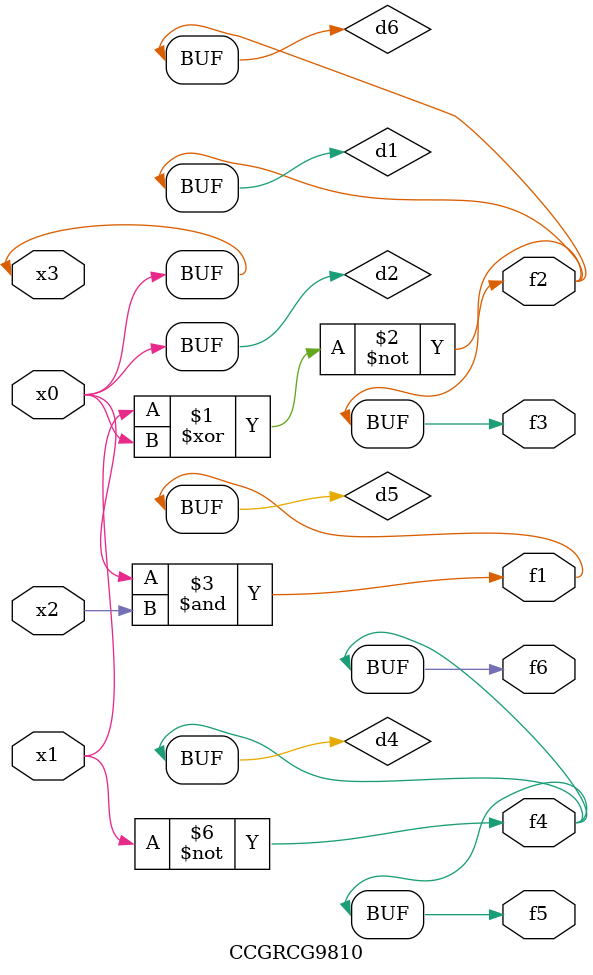
<source format=v>
module CCGRCG9810(
	input x0, x1, x2, x3,
	output f1, f2, f3, f4, f5, f6
);

	wire d1, d2, d3, d4, d5, d6;

	xnor (d1, x1, x3);
	buf (d2, x0, x3);
	nand (d3, x0, x2);
	not (d4, x1);
	nand (d5, d3);
	or (d6, d1);
	assign f1 = d5;
	assign f2 = d6;
	assign f3 = d6;
	assign f4 = d4;
	assign f5 = d4;
	assign f6 = d4;
endmodule

</source>
